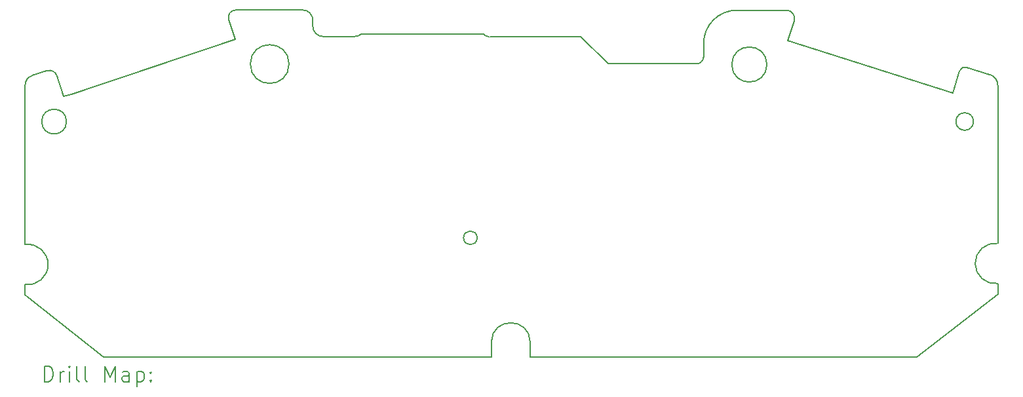
<source format=gbr>
%TF.GenerationSoftware,KiCad,Pcbnew,8.0.9*%
%TF.CreationDate,2025-09-16T20:49:37+09:00*%
%TF.ProjectId,usb_sfc_pad,7573625f-7366-4635-9f70-61642e6b6963,rev?*%
%TF.SameCoordinates,Original*%
%TF.FileFunction,Drillmap*%
%TF.FilePolarity,Positive*%
%FSLAX45Y45*%
G04 Gerber Fmt 4.5, Leading zero omitted, Abs format (unit mm)*
G04 Created by KiCad (PCBNEW 8.0.9) date 2025-09-16 20:49:37*
%MOMM*%
%LPD*%
G01*
G04 APERTURE LIST*
%ADD10C,0.200000*%
%ADD11C,0.050000*%
G04 APERTURE END LIST*
D10*
X15166155Y-12552955D02*
G75*
G02*
X15666787Y-12558575I250275J-6465D01*
G01*
X13392241Y-8609462D02*
X12992122Y-8609462D01*
X21708663Y-11801257D02*
G75*
G02*
X21708662Y-11282103I-31583J259577D01*
G01*
X12956271Y-12747936D02*
X14856271Y-12747936D01*
X17907513Y-8870472D02*
G75*
G02*
X17816331Y-8961653I-91183J2D01*
G01*
X17816331Y-8961654D02*
X16674113Y-8961654D01*
X18978236Y-8269557D02*
X18338130Y-8269557D01*
X17907513Y-8700174D02*
G75*
G02*
X18338130Y-8269553I430617J4D01*
G01*
X13489798Y-8574752D02*
G75*
G02*
X13392241Y-8609461I-97558J119752D01*
G01*
X9142289Y-11813560D02*
X9142289Y-11944802D01*
X9421554Y-9052068D02*
X9231940Y-9114902D01*
X12992122Y-8609462D02*
G75*
G02*
X12859578Y-8476923I-2J132542D01*
G01*
X12859583Y-8476923D02*
X12859583Y-8398885D01*
X9142289Y-11297846D02*
G75*
G02*
X9142289Y-11813560I36020J-257857D01*
G01*
X21216225Y-9052481D02*
X21125553Y-9337870D01*
X9737625Y-9353309D02*
X9642500Y-9385000D01*
X11773121Y-8389529D02*
G75*
G02*
X11861629Y-8266892I88509J29379D01*
G01*
X18724928Y-8971095D02*
G75*
G02*
X18272108Y-8971095I-226410J0D01*
G01*
X18272108Y-8971095D02*
G75*
G02*
X18724928Y-8971095I226410J0D01*
G01*
X11773121Y-8389529D02*
X11859256Y-8648994D01*
X21708663Y-11940487D02*
X21708663Y-11801257D01*
X15666791Y-12558575D02*
X15666791Y-12747936D01*
X21393964Y-9707707D02*
G75*
G02*
X21167544Y-9707707I-113210J0D01*
G01*
X21167544Y-9707707D02*
G75*
G02*
X21393964Y-9707707I113210J0D01*
G01*
X14982698Y-11211638D02*
G75*
G02*
X14806068Y-11211638I-88315J0D01*
G01*
X14806068Y-11211638D02*
G75*
G02*
X14982698Y-11211638I88315J0D01*
G01*
X9421554Y-9052068D02*
G75*
G02*
X9554031Y-9118512I33016J-99462D01*
G01*
X9676283Y-9708732D02*
G75*
G02*
X9356283Y-9708732I-160000J0D01*
G01*
X9356283Y-9708732D02*
G75*
G02*
X9676283Y-9708732I160000J0D01*
G01*
X9142289Y-9239125D02*
G75*
G02*
X9231941Y-9114905I130891J-5D01*
G01*
X21216225Y-9052481D02*
G75*
G02*
X21305850Y-9005853I68215J-21669D01*
G01*
X16321176Y-8614729D02*
X15150646Y-8614729D01*
X12551631Y-8964978D02*
G75*
G02*
X12051631Y-8964978I-250000J0D01*
G01*
X12051631Y-8964978D02*
G75*
G02*
X12551631Y-8964978I250000J0D01*
G01*
X15666791Y-12747936D02*
X20666039Y-12747936D01*
X9142289Y-11944802D02*
X10156271Y-12747936D01*
X21708663Y-11282092D02*
X21708663Y-9239664D01*
X15130040Y-8612264D02*
G75*
G02*
X15059998Y-8575002I21250J124404D01*
G01*
X18996614Y-8661480D02*
X19077864Y-8405745D01*
D11*
X15130040Y-8612264D02*
X15150646Y-8614729D01*
D10*
X17907513Y-8700174D02*
X17907513Y-8870472D01*
X16674113Y-8961654D02*
X16321176Y-8614729D01*
X9142289Y-9239125D02*
X9142289Y-11297846D01*
X14856271Y-12747936D02*
X15166155Y-12747936D01*
X15166155Y-12747936D02*
X15166155Y-12552955D01*
X21125553Y-9337870D02*
X18996614Y-8661480D01*
X15060000Y-8575000D02*
X13489798Y-8574752D01*
X11456271Y-12747936D02*
X12956271Y-12747936D01*
X12727589Y-8266890D02*
X11861629Y-8266890D01*
X21606014Y-9099921D02*
G75*
G02*
X21708661Y-9239664I-43794J-139739D01*
G01*
X9642500Y-9385000D02*
X9554034Y-9118511D01*
X10156271Y-12747936D02*
X11456271Y-12747936D01*
X18978237Y-8269557D02*
G75*
G02*
X19077865Y-8405745I3J-104533D01*
G01*
X21606014Y-9099921D02*
X21305851Y-9005851D01*
X12727589Y-8266890D02*
G75*
G02*
X12859580Y-8398885I1J-131990D01*
G01*
X11859256Y-8648994D02*
X9737625Y-9353309D01*
X20666039Y-12747936D02*
X21708663Y-11940487D01*
X9393066Y-13069420D02*
X9393066Y-12869420D01*
X9393066Y-12869420D02*
X9440685Y-12869420D01*
X9440685Y-12869420D02*
X9469256Y-12878944D01*
X9469256Y-12878944D02*
X9488304Y-12897991D01*
X9488304Y-12897991D02*
X9497828Y-12917039D01*
X9497828Y-12917039D02*
X9507352Y-12955134D01*
X9507352Y-12955134D02*
X9507352Y-12983705D01*
X9507352Y-12983705D02*
X9497828Y-13021801D01*
X9497828Y-13021801D02*
X9488304Y-13040848D01*
X9488304Y-13040848D02*
X9469256Y-13059896D01*
X9469256Y-13059896D02*
X9440685Y-13069420D01*
X9440685Y-13069420D02*
X9393066Y-13069420D01*
X9593066Y-13069420D02*
X9593066Y-12936086D01*
X9593066Y-12974182D02*
X9602590Y-12955134D01*
X9602590Y-12955134D02*
X9612113Y-12945610D01*
X9612113Y-12945610D02*
X9631161Y-12936086D01*
X9631161Y-12936086D02*
X9650209Y-12936086D01*
X9716875Y-13069420D02*
X9716875Y-12936086D01*
X9716875Y-12869420D02*
X9707352Y-12878944D01*
X9707352Y-12878944D02*
X9716875Y-12888467D01*
X9716875Y-12888467D02*
X9726399Y-12878944D01*
X9726399Y-12878944D02*
X9716875Y-12869420D01*
X9716875Y-12869420D02*
X9716875Y-12888467D01*
X9840685Y-13069420D02*
X9821637Y-13059896D01*
X9821637Y-13059896D02*
X9812113Y-13040848D01*
X9812113Y-13040848D02*
X9812113Y-12869420D01*
X9945447Y-13069420D02*
X9926399Y-13059896D01*
X9926399Y-13059896D02*
X9916875Y-13040848D01*
X9916875Y-13040848D02*
X9916875Y-12869420D01*
X10174018Y-13069420D02*
X10174018Y-12869420D01*
X10174018Y-12869420D02*
X10240685Y-13012277D01*
X10240685Y-13012277D02*
X10307352Y-12869420D01*
X10307352Y-12869420D02*
X10307352Y-13069420D01*
X10488304Y-13069420D02*
X10488304Y-12964658D01*
X10488304Y-12964658D02*
X10478780Y-12945610D01*
X10478780Y-12945610D02*
X10459733Y-12936086D01*
X10459733Y-12936086D02*
X10421637Y-12936086D01*
X10421637Y-12936086D02*
X10402590Y-12945610D01*
X10488304Y-13059896D02*
X10469256Y-13069420D01*
X10469256Y-13069420D02*
X10421637Y-13069420D01*
X10421637Y-13069420D02*
X10402590Y-13059896D01*
X10402590Y-13059896D02*
X10393066Y-13040848D01*
X10393066Y-13040848D02*
X10393066Y-13021801D01*
X10393066Y-13021801D02*
X10402590Y-13002753D01*
X10402590Y-13002753D02*
X10421637Y-12993229D01*
X10421637Y-12993229D02*
X10469256Y-12993229D01*
X10469256Y-12993229D02*
X10488304Y-12983705D01*
X10583542Y-12936086D02*
X10583542Y-13136086D01*
X10583542Y-12945610D02*
X10602590Y-12936086D01*
X10602590Y-12936086D02*
X10640685Y-12936086D01*
X10640685Y-12936086D02*
X10659733Y-12945610D01*
X10659733Y-12945610D02*
X10669256Y-12955134D01*
X10669256Y-12955134D02*
X10678780Y-12974182D01*
X10678780Y-12974182D02*
X10678780Y-13031324D01*
X10678780Y-13031324D02*
X10669256Y-13050372D01*
X10669256Y-13050372D02*
X10659733Y-13059896D01*
X10659733Y-13059896D02*
X10640685Y-13069420D01*
X10640685Y-13069420D02*
X10602590Y-13069420D01*
X10602590Y-13069420D02*
X10583542Y-13059896D01*
X10764494Y-13050372D02*
X10774018Y-13059896D01*
X10774018Y-13059896D02*
X10764494Y-13069420D01*
X10764494Y-13069420D02*
X10754971Y-13059896D01*
X10754971Y-13059896D02*
X10764494Y-13050372D01*
X10764494Y-13050372D02*
X10764494Y-13069420D01*
X10764494Y-12945610D02*
X10774018Y-12955134D01*
X10774018Y-12955134D02*
X10764494Y-12964658D01*
X10764494Y-12964658D02*
X10754971Y-12955134D01*
X10754971Y-12955134D02*
X10764494Y-12945610D01*
X10764494Y-12945610D02*
X10764494Y-12964658D01*
M02*

</source>
